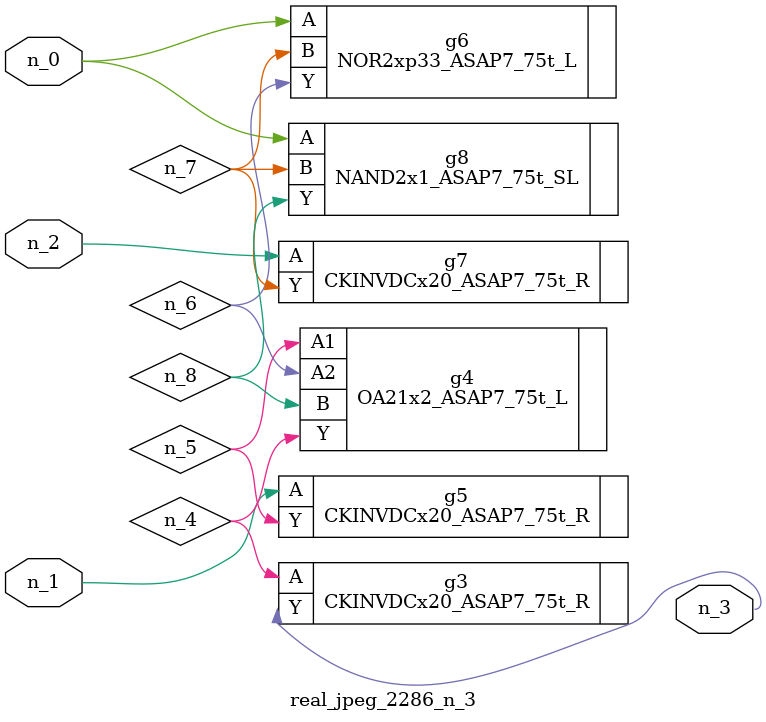
<source format=v>
module real_jpeg_2286_n_3 (n_1, n_0, n_2, n_3);

input n_1;
input n_0;
input n_2;

output n_3;

wire n_5;
wire n_4;
wire n_8;
wire n_6;
wire n_7;

NOR2xp33_ASAP7_75t_L g6 ( 
.A(n_0),
.B(n_7),
.Y(n_6)
);

NAND2x1_ASAP7_75t_SL g8 ( 
.A(n_0),
.B(n_7),
.Y(n_8)
);

CKINVDCx20_ASAP7_75t_R g5 ( 
.A(n_1),
.Y(n_5)
);

CKINVDCx20_ASAP7_75t_R g7 ( 
.A(n_2),
.Y(n_7)
);

CKINVDCx20_ASAP7_75t_R g3 ( 
.A(n_4),
.Y(n_3)
);

OA21x2_ASAP7_75t_L g4 ( 
.A1(n_5),
.A2(n_6),
.B(n_8),
.Y(n_4)
);


endmodule
</source>
